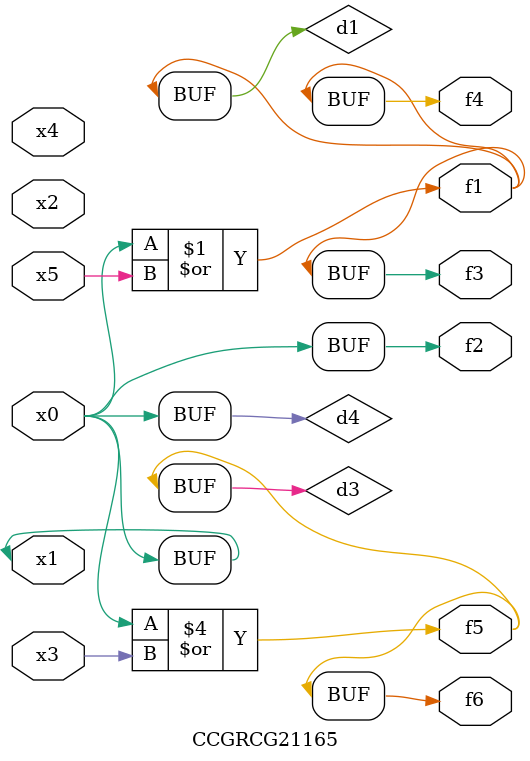
<source format=v>
module CCGRCG21165(
	input x0, x1, x2, x3, x4, x5,
	output f1, f2, f3, f4, f5, f6
);

	wire d1, d2, d3, d4;

	or (d1, x0, x5);
	xnor (d2, x1, x4);
	or (d3, x0, x3);
	buf (d4, x0, x1);
	assign f1 = d1;
	assign f2 = d4;
	assign f3 = d1;
	assign f4 = d1;
	assign f5 = d3;
	assign f6 = d3;
endmodule

</source>
